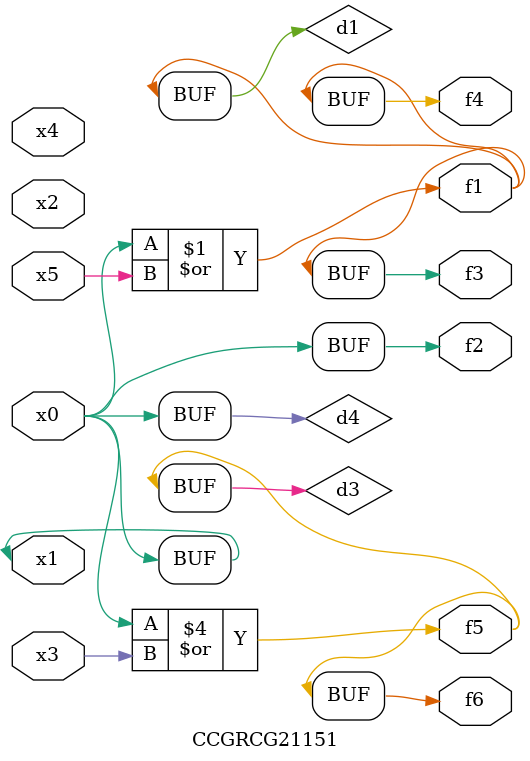
<source format=v>
module CCGRCG21151(
	input x0, x1, x2, x3, x4, x5,
	output f1, f2, f3, f4, f5, f6
);

	wire d1, d2, d3, d4;

	or (d1, x0, x5);
	xnor (d2, x1, x4);
	or (d3, x0, x3);
	buf (d4, x0, x1);
	assign f1 = d1;
	assign f2 = d4;
	assign f3 = d1;
	assign f4 = d1;
	assign f5 = d3;
	assign f6 = d3;
endmodule

</source>
